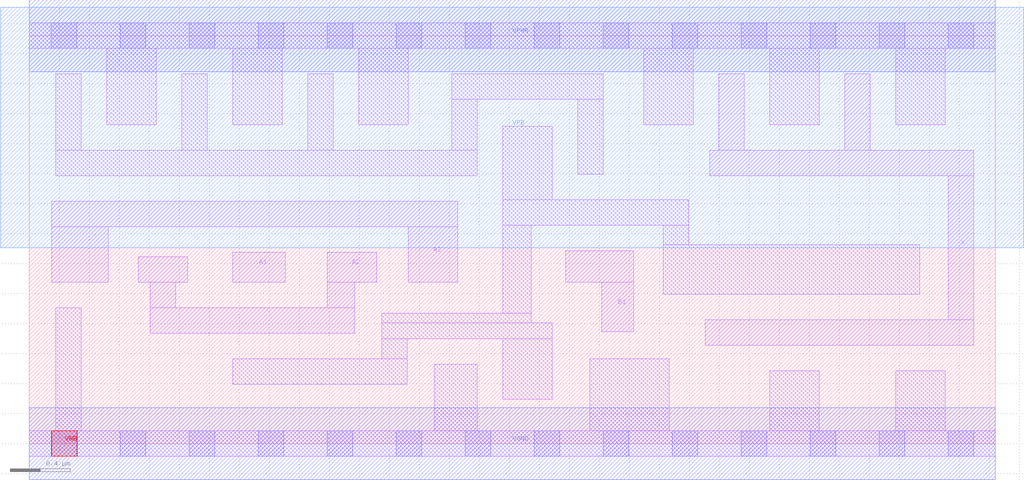
<source format=lef>
# Copyright 2020 The SkyWater PDK Authors
#
# Licensed under the Apache License, Version 2.0 (the "License");
# you may not use this file except in compliance with the License.
# You may obtain a copy of the License at
#
#     https://www.apache.org/licenses/LICENSE-2.0
#
# Unless required by applicable law or agreed to in writing, software
# distributed under the License is distributed on an "AS IS" BASIS,
# WITHOUT WARRANTIES OR CONDITIONS OF ANY KIND, either express or implied.
# See the License for the specific language governing permissions and
# limitations under the License.
#
# SPDX-License-Identifier: Apache-2.0

VERSION 5.7 ;
  NOWIREEXTENSIONATPIN ON ;
  DIVIDERCHAR "/" ;
  BUSBITCHARS "[]" ;
MACRO sky130_fd_sc_hd__a31o_4
  CLASS CORE ;
  FOREIGN sky130_fd_sc_hd__a31o_4 ;
  ORIGIN  0.000000  0.000000 ;
  SIZE  6.440000 BY  2.720000 ;
  SYMMETRY X Y R90 ;
  SITE unithd ;
  PIN A1
    ANTENNAGATEAREA  0.495000 ;
    DIRECTION INPUT ;
    USE SIGNAL ;
    PORT
      LAYER li1 ;
        RECT 1.355000 1.075000 1.705000 1.275000 ;
    END
  END A1
  PIN A2
    ANTENNAGATEAREA  0.495000 ;
    DIRECTION INPUT ;
    USE SIGNAL ;
    PORT
      LAYER li1 ;
        RECT 0.725000 1.075000 1.055000 1.245000 ;
        RECT 0.805000 0.735000 2.170000 0.905000 ;
        RECT 0.805000 0.905000 0.975000 1.075000 ;
        RECT 1.985000 0.905000 2.170000 1.075000 ;
        RECT 1.985000 1.075000 2.315000 1.275000 ;
    END
  END A2
  PIN A3
    ANTENNAGATEAREA  0.495000 ;
    DIRECTION INPUT ;
    USE SIGNAL ;
    PORT
      LAYER li1 ;
        RECT 0.150000 1.075000 0.525000 1.445000 ;
        RECT 0.150000 1.445000 2.855000 1.615000 ;
        RECT 2.525000 1.075000 2.855000 1.445000 ;
    END
  END A3
  PIN B1
    ANTENNAGATEAREA  0.495000 ;
    DIRECTION INPUT ;
    USE SIGNAL ;
    PORT
      LAYER li1 ;
        RECT 3.575000 1.075000 4.030000 1.285000 ;
        RECT 3.815000 0.745000 4.030000 1.075000 ;
    END
  END B1
  PIN X
    ANTENNADIFFAREA  0.891000 ;
    DIRECTION OUTPUT ;
    USE SIGNAL ;
    PORT
      LAYER li1 ;
        RECT 4.505000 0.655000 6.295000 0.825000 ;
        RECT 4.535000 1.785000 6.295000 1.955000 ;
        RECT 4.595000 1.955000 4.765000 2.465000 ;
        RECT 5.435000 1.955000 5.605000 2.465000 ;
        RECT 6.125000 0.825000 6.295000 1.785000 ;
    END
  END X
  PIN VGND
    DIRECTION INOUT ;
    SHAPE ABUTMENT ;
    USE GROUND ;
    PORT
      LAYER met1 ;
        RECT 0.000000 -0.240000 6.440000 0.240000 ;
    END
  END VGND
  PIN VNB
    DIRECTION INOUT ;
    USE GROUND ;
    PORT
      LAYER pwell ;
        RECT 0.150000 -0.085000 0.320000 0.085000 ;
    END
  END VNB
  PIN VPB
    DIRECTION INOUT ;
    USE POWER ;
    PORT
      LAYER nwell ;
        RECT -0.190000 1.305000 6.630000 2.910000 ;
    END
  END VPB
  PIN VPWR
    DIRECTION INOUT ;
    SHAPE ABUTMENT ;
    USE POWER ;
    PORT
      LAYER met1 ;
        RECT 0.000000 2.480000 6.440000 2.960000 ;
    END
  END VPWR
  OBS
    LAYER li1 ;
      RECT 0.000000 -0.085000 6.440000 0.085000 ;
      RECT 0.000000  2.635000 6.440000 2.805000 ;
      RECT 0.175000  0.085000 0.345000 0.905000 ;
      RECT 0.175000  1.785000 2.985000 1.955000 ;
      RECT 0.175000  1.955000 0.345000 2.465000 ;
      RECT 0.515000  2.125000 0.845000 2.635000 ;
      RECT 1.015000  1.955000 1.185000 2.465000 ;
      RECT 1.355000  0.395000 2.520000 0.565000 ;
      RECT 1.355000  2.125000 1.685000 2.635000 ;
      RECT 1.855000  1.955000 2.025000 2.465000 ;
      RECT 2.195000  2.125000 2.525000 2.635000 ;
      RECT 2.350000  0.565000 2.520000 0.700000 ;
      RECT 2.350000  0.700000 3.485000 0.805000 ;
      RECT 2.350000  0.805000 3.345000 0.870000 ;
      RECT 2.700000  0.085000 2.985000 0.530000 ;
      RECT 2.815000  1.955000 2.985000 2.295000 ;
      RECT 2.815000  2.295000 3.825000 2.465000 ;
      RECT 3.155000  0.295000 3.485000 0.700000 ;
      RECT 3.155000  0.870000 3.345000 1.455000 ;
      RECT 3.155000  1.455000 4.395000 1.625000 ;
      RECT 3.155000  1.625000 3.485000 2.115000 ;
      RECT 3.655000  1.795000 3.825000 2.295000 ;
      RECT 3.735000  0.085000 4.265000 0.565000 ;
      RECT 4.095000  2.125000 4.425000 2.635000 ;
      RECT 4.225000  0.995000 5.935000 1.325000 ;
      RECT 4.225000  1.325000 4.395000 1.455000 ;
      RECT 4.935000  0.085000 5.265000 0.485000 ;
      RECT 4.935000  2.125000 5.265000 2.635000 ;
      RECT 5.775000  0.085000 6.105000 0.485000 ;
      RECT 5.775000  2.125000 6.105000 2.635000 ;
    LAYER mcon ;
      RECT 0.145000 -0.085000 0.315000 0.085000 ;
      RECT 0.145000  2.635000 0.315000 2.805000 ;
      RECT 0.605000 -0.085000 0.775000 0.085000 ;
      RECT 0.605000  2.635000 0.775000 2.805000 ;
      RECT 1.065000 -0.085000 1.235000 0.085000 ;
      RECT 1.065000  2.635000 1.235000 2.805000 ;
      RECT 1.525000 -0.085000 1.695000 0.085000 ;
      RECT 1.525000  2.635000 1.695000 2.805000 ;
      RECT 1.985000 -0.085000 2.155000 0.085000 ;
      RECT 1.985000  2.635000 2.155000 2.805000 ;
      RECT 2.445000 -0.085000 2.615000 0.085000 ;
      RECT 2.445000  2.635000 2.615000 2.805000 ;
      RECT 2.905000 -0.085000 3.075000 0.085000 ;
      RECT 2.905000  2.635000 3.075000 2.805000 ;
      RECT 3.365000 -0.085000 3.535000 0.085000 ;
      RECT 3.365000  2.635000 3.535000 2.805000 ;
      RECT 3.825000 -0.085000 3.995000 0.085000 ;
      RECT 3.825000  2.635000 3.995000 2.805000 ;
      RECT 4.285000 -0.085000 4.455000 0.085000 ;
      RECT 4.285000  2.635000 4.455000 2.805000 ;
      RECT 4.745000 -0.085000 4.915000 0.085000 ;
      RECT 4.745000  2.635000 4.915000 2.805000 ;
      RECT 5.205000 -0.085000 5.375000 0.085000 ;
      RECT 5.205000  2.635000 5.375000 2.805000 ;
      RECT 5.665000 -0.085000 5.835000 0.085000 ;
      RECT 5.665000  2.635000 5.835000 2.805000 ;
      RECT 6.125000 -0.085000 6.295000 0.085000 ;
      RECT 6.125000  2.635000 6.295000 2.805000 ;
  END
END sky130_fd_sc_hd__a31o_4
END LIBRARY

</source>
